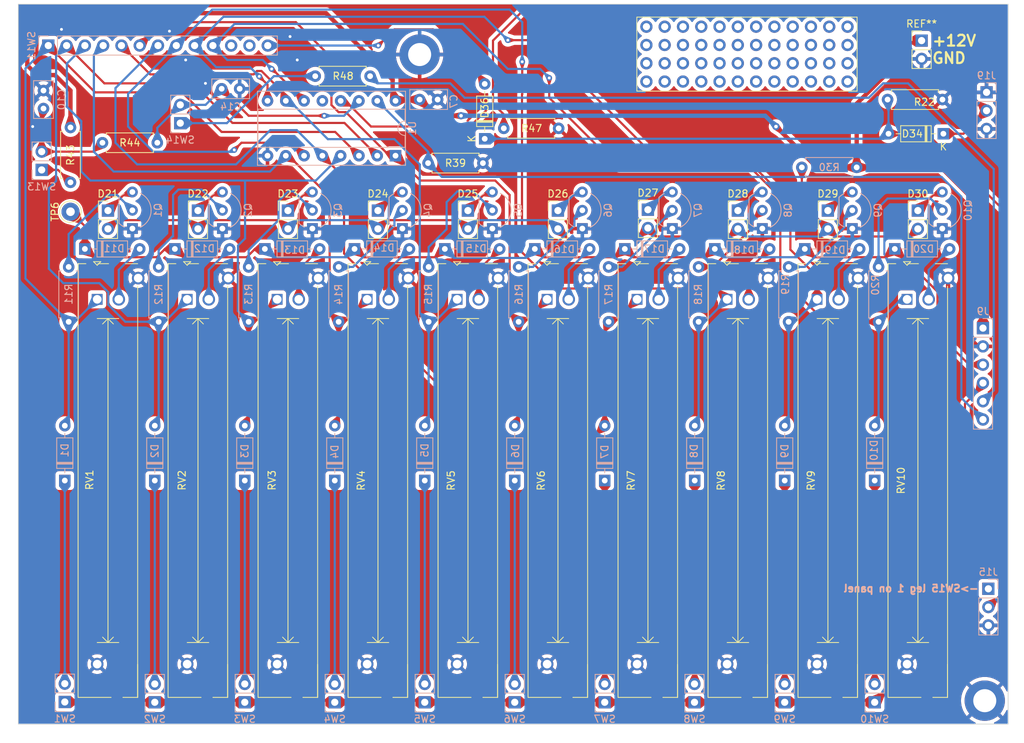
<source format=kicad_pcb>
(kicad_pcb (version 20221018) (generator pcbnew)

  (general
    (thickness 1.6)
  )

  (paper "A4")
  (title_block
    (title "Unseen Servant (Baby 10 Seq)")
  )

  (layers
    (0 "F.Cu" signal)
    (31 "B.Cu" signal)
    (32 "B.Adhes" user "B.Adhesive")
    (33 "F.Adhes" user "F.Adhesive")
    (34 "B.Paste" user)
    (35 "F.Paste" user)
    (36 "B.SilkS" user "B.Silkscreen")
    (37 "F.SilkS" user "F.Silkscreen")
    (38 "B.Mask" user)
    (39 "F.Mask" user)
    (40 "Dwgs.User" user "User.Drawings")
    (41 "Cmts.User" user "User.Comments")
    (42 "Eco1.User" user "User.Eco1")
    (43 "Eco2.User" user "User.Eco2")
    (44 "Edge.Cuts" user)
    (45 "Margin" user)
    (46 "B.CrtYd" user "B.Courtyard")
    (47 "F.CrtYd" user "F.Courtyard")
    (48 "B.Fab" user)
    (49 "F.Fab" user)
    (50 "User.1" user)
    (51 "User.2" user)
    (52 "User.3" user)
    (53 "User.4" user)
    (54 "User.5" user)
    (55 "User.6" user)
    (56 "User.7" user)
    (57 "User.8" user)
    (58 "User.9" user)
  )

  (setup
    (stackup
      (layer "F.SilkS" (type "Top Silk Screen"))
      (layer "F.Paste" (type "Top Solder Paste"))
      (layer "F.Mask" (type "Top Solder Mask") (thickness 0.01))
      (layer "F.Cu" (type "copper") (thickness 0.035))
      (layer "dielectric 1" (type "core") (thickness 1.51) (material "FR4") (epsilon_r 4.5) (loss_tangent 0.02))
      (layer "B.Cu" (type "copper") (thickness 0.035))
      (layer "B.Mask" (type "Bottom Solder Mask") (thickness 0.01))
      (layer "B.Paste" (type "Bottom Solder Paste"))
      (layer "B.SilkS" (type "Bottom Silk Screen"))
      (copper_finish "None")
      (dielectric_constraints no)
    )
    (pad_to_mask_clearance 0)
    (pcbplotparams
      (layerselection 0x00010fc_ffffffff)
      (plot_on_all_layers_selection 0x0000000_00000000)
      (disableapertmacros false)
      (usegerberextensions false)
      (usegerberattributes true)
      (usegerberadvancedattributes true)
      (creategerberjobfile true)
      (dashed_line_dash_ratio 12.000000)
      (dashed_line_gap_ratio 3.000000)
      (svgprecision 6)
      (plotframeref false)
      (viasonmask false)
      (mode 1)
      (useauxorigin false)
      (hpglpennumber 1)
      (hpglpenspeed 20)
      (hpglpendiameter 15.000000)
      (dxfpolygonmode true)
      (dxfimperialunits true)
      (dxfusepcbnewfont true)
      (psnegative false)
      (psa4output false)
      (plotreference true)
      (plotvalue true)
      (plotinvisibletext false)
      (sketchpadsonfab false)
      (subtractmaskfromsilk false)
      (outputformat 1)
      (mirror false)
      (drillshape 0)
      (scaleselection 1)
      (outputdirectory "./")
    )
  )

  (net 0 "")
  (net 1 "Net-(D1-K)")
  (net 2 "Net-(D1-A)")
  (net 3 "Net-(D2-K)")
  (net 4 "Net-(D2-A)")
  (net 5 "Net-(D3-K)")
  (net 6 "Net-(D3-A)")
  (net 7 "Net-(D4-K)")
  (net 8 "Net-(D4-A)")
  (net 9 "Net-(D5-K)")
  (net 10 "Net-(D5-A)")
  (net 11 "Net-(D6-K)")
  (net 12 "Net-(D6-A)")
  (net 13 "Net-(D7-K)")
  (net 14 "Net-(D7-A)")
  (net 15 "Net-(D8-K)")
  (net 16 "Net-(D8-A)")
  (net 17 "Net-(D9-K)")
  (net 18 "Net-(D9-A)")
  (net 19 "Net-(D10-K)")
  (net 20 "Net-(D10-A)")
  (net 21 "Net-(D11-A)")
  (net 22 "Net-(D12-A)")
  (net 23 "Net-(D13-A)")
  (net 24 "Net-(D14-A)")
  (net 25 "Net-(D15-A)")
  (net 26 "Net-(D16-A)")
  (net 27 "Net-(D17-A)")
  (net 28 "Net-(D18-A)")
  (net 29 "Net-(D19-A)")
  (net 30 "Net-(D20-A)")
  (net 31 "Net-(D21-K)")
  (net 32 "Net-(D21-A)")
  (net 33 "Net-(D22-K)")
  (net 34 "Net-(D23-K)")
  (net 35 "Net-(D24-K)")
  (net 36 "Net-(D25-K)")
  (net 37 "Net-(D27-K)")
  (net 38 "Net-(D28-K)")
  (net 39 "Net-(D29-K)")
  (net 40 "Net-(D30-K)")
  (net 41 "GND")
  (net 42 "unconnected-(SW11-Pad11)")
  (net 43 "unconnected-(SW11-Pad12)")
  (net 44 "Net-(Q1-B)")
  (net 45 "Net-(Q2-B)")
  (net 46 "Net-(Q3-B)")
  (net 47 "Net-(D26-K)")
  (net 48 "Net-(Q4-B)")
  (net 49 "Net-(Q5-B)")
  (net 50 "Net-(Q6-B)")
  (net 51 "Net-(Q7-B)")
  (net 52 "Net-(Q8-B)")
  (net 53 "Net-(D36-A)")
  (net 54 "Net-(Q9-B)")
  (net 55 "Net-(Q10-B)")
  (net 56 "unconnected-(U1-Cout-Pad12)")
  (net 57 "Net-(SW14-B)")
  (net 58 "PIN_3_T")
  (net 59 "PIN_4_T")
  (net 60 "PIN_5_T")
  (net 61 "Net-(C10-Pad1)")
  (net 62 "CASC_OUT")
  (net 63 "Net-(R43-Pad1)")
  (net 64 "PIN_6_T")
  (net 65 "+12V")
  (net 66 "unconnected-(J15-Pin_1-Pad1)")
  (net 67 "Net-(D34-K)")
  (net 68 "Net-(SW14-A)")

  (footprint "SynthMages:SLIDE_POT_0547" (layer "F.Cu") (at 65.96 81.171374 -90))

  (footprint "SynthMages:SLIDE_POT_0547" (layer "F.Cu") (at 28.46 81.171374 -90))

  (footprint "Connector_PinHeader_2.54mm:PinHeader_1x02_P2.54mm_Vertical" (layer "F.Cu") (at 53.46 43.671374))

  (footprint "Resistor_THT:R_Axial_DIN0207_L6.3mm_D2.5mm_P7.62mm_Horizontal" (layer "F.Cu") (at 91.06 32.25 180))

  (footprint "TestPoint:TestPoint_THTPad_D2.5mm_Drill1.2mm" (layer "F.Cu") (at 23.25 43.831374 90))

  (footprint "Diode_THT:D_DO-35_SOD27_P7.62mm_Horizontal" (layer "F.Cu") (at 80.79 33.698626 90))

  (footprint "Resistor_THT:R_Axial_DIN0207_L6.3mm_D2.5mm_P7.62mm_Horizontal" (layer "F.Cu") (at 80.54 37.078626 180))

  (footprint "MountingHole:MountingHole_3.2mm_M3_DIN965_Pad" (layer "F.Cu") (at 150.25 111.75))

  (footprint "Connector_PinHeader_2.54mm:PinHeader_1x02_P2.54mm_Vertical" (layer "F.Cu") (at 65.96 43.671374))

  (footprint "SynthMages:SLIDE_POT_0547" (layer "F.Cu") (at 90.96 81.171374 -90))

  (footprint "Connector_PinHeader_2.54mm:PinHeader_1x02_P2.54mm_Vertical" (layer "F.Cu") (at 141.478 20.061))

  (footprint "Connector_PinHeader_2.54mm:PinHeader_1x02_P2.54mm_Vertical" (layer "F.Cu") (at 90.96 43.671374))

  (footprint "SynthMages:SLIDE_POT_0547" (layer "F.Cu") (at 40.96 81.171374 -90))

  (footprint "Connector_PinHeader_2.54mm:PinHeader_1x02_P2.54mm_Vertical" (layer "F.Cu") (at 140.96 43.671374))

  (footprint "Resistor_THT:R_Axial_DIN0207_L6.3mm_D2.5mm_P7.62mm_Horizontal" (layer "F.Cu") (at 35.31 34.25 180))

  (footprint "SynthMages:SLIDE_POT_0547" (layer "F.Cu") (at 115.96 81.171374 -90))

  (footprint "Connector_PinHeader_2.54mm:PinHeader_1x02_P2.54mm_Vertical" (layer "F.Cu") (at 128.46 43.671374))

  (footprint "Connector_PinHeader_2.54mm:PinHeader_1x02_P2.54mm_Vertical" (layer "F.Cu") (at 78.46 43.671374))

  (footprint "Resistor_THT:R_Axial_DIN0207_L6.3mm_D2.5mm_P7.62mm_Horizontal" (layer "F.Cu") (at 144.37 28.25 180))

  (footprint "Resistor_THT:R_Axial_DIN0207_L6.3mm_D2.5mm_P7.62mm_Horizontal" (layer "F.Cu") (at 64.87 25 180))

  (footprint "MountingHole:MountingHole_3.2mm_M3_DIN965_Pad" (layer "F.Cu") (at 71.75 22 45))

  (footprint "Connector_PinHeader_2.54mm:PinHeader_1x02_P2.54mm_Vertical" (layer "F.Cu") (at 28.46 43.671374))

  (footprint "SynthMages:Perfboard_4x12" (layer "F.Cu") (at 103.25 25.75 90))

  (footprint "Connector_PinHeader_2.54mm:PinHeader_1x02_P2.54mm_Vertical" (layer "F.Cu") (at 115.96 43.671374))

  (footprint "SynthMages:SLIDE_POT_0547" (layer "F.Cu") (at 78.46 81.171374 -90))

  (footprint "Connector_PinHeader_2.54mm:PinHeader_1x02_P2.54mm_Vertical" (layer "F.Cu") (at 40.96 43.671374))

  (footprint "SynthMages:SLIDE_POT_0547" (layer "F.Cu") (at 103.46 81.171374 -90))

  (footprint "SynthMages:SLIDE_POT_0547" (layer "F.Cu") (at 140.96 81.171374 -90))

  (footprint "SynthMages:SLIDE_POT_0547" (layer "F.Cu") (at 128.46 81.171374 -90))

  (footprint "Resistor_THT:R_Axial_DIN0207_L6.3mm_D2.5mm_P7.62mm_Horizontal" (layer "F.Cu") (at 23.25 39.75 90))

  (footprint "SynthMages:SLIDE_POT_0547" (layer "F.Cu") (at 53.46 81.171374 -90))

  (footprint "Diode_THT:D_DO-35_SOD27_P7.62mm_Horizontal" (layer "F.Cu") (at 144.5 33 180))

  (footprint "Connector_PinHeader_2.54mm:PinHeader_1x02_P2.54mm_Vertical" (layer "F.Cu") (at 103.46 43.551374))

  (footprint "Connector_PinHeader_2.54mm:PinHeader_1x02_P2.54mm_Vertical" (layer "B.Cu") (at 22.46 111.931374))

  (footprint "Capacitor_THT:C_Disc_D5.0mm_W2.5mm_P2.50mm" (layer "B.Cu") (at 44.25 26.75))

  (footprint "Connector_PinHeader_2.54mm:PinHeader_1x02_P2.54mm_Vertical" (layer "B.Cu") (at 122.46 111.971374))

  (footprint "Diode_THT:D_DO-35_SOD27_P7.62mm_Horizontal" (layer "B.Cu") (at 59.96 81.171374 90))

  (footprint "Diode_THT:D_DO-35_SOD27_P7.62mm_Horizontal" (layer "B.Cu") (at 109.96 81.171374 90))

  (footprint "Connector_PinHeader_2.54mm:PinHeader_1x02_P2.54mm_Vertical" (layer "B.Cu") (at 34.96 111.971374))

  (footprint "Resistor_THT:R_Axial_DIN0207_L6.3mm_D2.5mm_P7.62mm_Horizontal" (layer "B.Cu") (at 110.5 51.5 -90))

  (footprint "Diode_THT:D_DO-35_SOD27_P7.62mm_Horizontal" (layer "B.Cu")
    (tstamp 2dd77e7a-46eb-49da-8052-7d275d6018ef)
    (at 72.46 81.171374 90)
    (descr "Diode, DO-35_SOD27 series, Axial, Horizontal, pin pitch=7.62mm, , length*diameter=4*2mm^2, , http://www.diodes.com/_files/packages/DO-35.pdf")
    (tags "Diode DO-35_SOD27 series Axial Horizontal pin pitch 7.62mm  length 4mm diameter 2mm")
    (property "Sheetfile" "Unseen Servant.kicad_sch")
    (property "Sheetname" "")
    (property "ki_description" "100V 0.15A standard switching diode, DO-35")
    (property "ki_keywords" "diode")
    (path "/ed9e8005-af79-4b4e-bf45-cc16902295cc")
    (attr through_hole)
    (fp_text reference "D5" (at 4.2 0 90) (layer "B.SilkS")
        (effects (font (size 1 1) (thickness 0.15)) (justify mirror))
      (tstamp e1291b04-2cb0-4c0f-bc52-8af5a3fb3827)
    )
    (fp_text value "1N4148" (at 3.81 -2.12 90) (layer "B.Fab") hide
        (effects (font (size 1 1) (thickness 0.15)) (justify mirror))
      (tstamp 7a41a994-b94f-4bad-ab0a-e2635b1c2254)
    )
    (fp_text user "${REFERENCE}" (at 4.11 0 90) (layer "B.Fab")
        (effects (font (size 0.8 0.8) (thickness 0.12)) (justify mirror))
      (tstamp 13644a8a-c3f9-49c3-bad6-cabf208cb4d5)
    )
    (fp_line (start 1.04 0) (end 1.69 0)
      (stroke (width 0.12) (type solid)) (layer "B.SilkS") (tstamp ce114b54-1435-4fdf-a62e-2a7e5cd51d66))
    (fp_line (start 1.69 -1.12) (end 5.93 -1.12)
      (stroke (width 0.12) (type solid)) (layer "B.SilkS") (tstamp f5bc36c8-1b47-434f-8836-cbfee081e586))
    (fp_line (start 1.69 1.12) (end 1.69 -1.12)
      (stroke (width 0.12) (type solid)) (layer "B.SilkS") (tstamp 61bbc077-599c-457e-a8d7-674b4cdc4e3f))
    (fp_line (start 2.29 1.12) (end 2.29 -1.12)
      (stroke (width 0.12) (type solid)) (layer "B.SilkS") (tstamp efb2e665-416b-4f7a-9348-93165a8df65e))
    (fp_line (start 2.41 1.12) (end 2.41 -1.12)
      (stroke (width 0.12) (type solid)) (layer "B.SilkS") (tstamp 54f1bb20-2079-4d46-9f6e-334ba49a577d))
    (fp_line (start 2.53 1.12) (end 2.53 -1.12)
      (stroke (width 0.12) (type solid)) (layer "B.SilkS") (tstamp ccab77ea-275f-4e98-89af-13f181bed2a4))
    (fp_line (start 5.93 -1.12) (end 5.93 1.12)
      (stroke (width 0.12) (type solid)) (layer "B.SilkS") (tstamp 29f69bf6-7332-4807-8384-b41e8ede6a41))
    (fp_line (start 5.93 1.12) (end 1.69 1.12)
      (stroke (width 0.12) (type solid)) (layer "B.SilkS") (tstamp d8ff2ab5-dc81-42ea-bc2e-8d9694f0b1ee))
    (fp_line (start 6.58 0) (end 5.93 0)
      (stroke (width 0.12) (type solid)) (layer "B.SilkS") (tstamp 4b4c46bc-9331-4306-b2dd-80fc82e9579c))
    (fp_line (start -1.05 -1.25) (end 8.67 -1.25)
      (stroke (width 0.05) (type solid)) (layer "B.CrtYd") (tstamp 3b82f3bd-2110-4f2f-a441-f138db372f54))
    (fp_line (start -1.05 1.25) (end -1.05 -1.25)
      (stroke (width 0.05) (type solid)) (layer "B.CrtYd") (tstamp 12c84a60-54d9-4e56-8625-375b355b350e))
    (fp_line (start 8.67 -1.25) (end 8.67 1.25)
      (stroke (width 0.05) (type solid)) (layer "B.CrtYd") (tstamp 3817550b-47c0-4699-8ce2-1d6a8e39fcc5))
    (fp_line (start 8.67 1.25) (end -1.05 1.25)
      (stroke (width 0.05) (type solid)) (layer "B.CrtYd") (tstamp 50bb7208-a2b1-4f3d-bcfe-188cb55ca4ba))
    (fp_line (start 0 0) (end 1.81 0)
      (stroke (width 0.1) (type solid)) (layer "B.Fab") (tstamp 83dea77b-9cb3-45a2-96b1-573e478336a8))
    (fp_line (start 1.81 -1) (end 5.81 -1)
      (stroke (width 0.1) (type solid)) (layer "B.Fab") (tstamp 38fde786-2c83-497f-b2e4-62df54caf4f2))
    (fp_line (start 1.81 1) (end 1.81 -1)
      (stroke (width 0.1) (type solid)) (layer "B.Fab") (tstamp afc29a09-da6a-4f02-8b92-296aab5805b3))
    (fp_line (start 2.31 1) (end 2.31 -1)
      (stroke (width 0.1) (type solid)) (layer "B.Fab") (tstamp 52b3a5ba-bc0f-4ef9-8c06-4058bbfcffe5))
    (fp_line (start 2.41 1) (end 2.41 -1)
      (stroke (width 0.1) (type solid)) (layer "B.Fab") (tstamp 3404526c-419f-445d-a3f0-3dbb586a87c5))
    (fp_line (start 2.51 1) (end 2.51 -1)
      (stroke (width 0.1) (type solid)) (layer "B.Fab") (tstamp 7017b17f-f8fa-4d1f-883c-0686c95f4856))
    (fp_line (start 5.81 -1) (end 5.81 1)
      (stroke (width 0.1) (type solid)) (layer "B.Fab") (tstamp 72544503-f00a-467e-a7c2-fec06af62693))
    (fp_line (start 5.81 1) (end 1.81 1)
      (stroke (width 0.1) (type solid)) (layer "B.Fab") (tstamp 19dfdc33-99ea-4926-8990-50a80169dafd))
    (fp_line (start 7.62 0) (end 5.81 0)
      (stroke (width 0.1) (type solid)) (layer "B.Fab") (tstamp 61a4fd64-147d-4ee3-94af-441088780632))
    (pad "1" thru_hole rect (at 0 0 90) (size 1.6 1.6) (drill 0.8) (layers "*.Cu" "*.Mask")
      (net 9 "Net-(D5-K)") (pinfunction "K") (pintype "passive") (tstamp d7790c22-e114-46a9-8a64-6a1d4a805384))
    (pad "2" thru_hole oval (at 7.62 0 90) (size 1.6 1.6) (drill 0.8) (layers "*.Cu" "*.Mask")
      (net 10 "Net-(D5-A)") (pinfunction "A") (pintype "passive") (tstamp 326d4305-c248-4acf-bd0c-0593f0c224be))
    (model "${KICAD6_3DMODEL_DIR}/Diode_THT.3dshapes/D_DO-35_SOD27_P7.62mm_Horizo
... [1633944 chars truncated]
</source>
